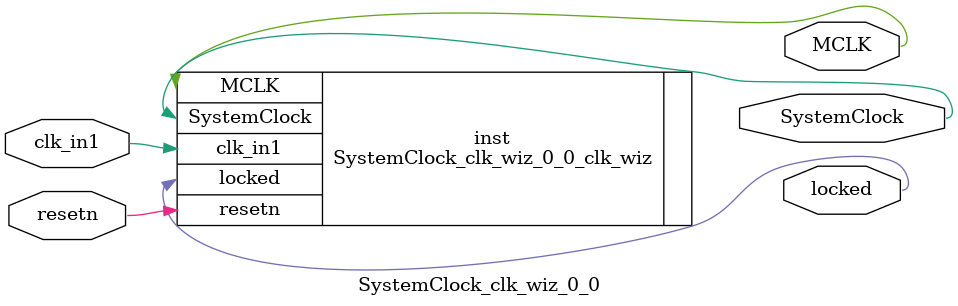
<source format=v>


`timescale 1ps/1ps

(* CORE_GENERATION_INFO = "SystemClock_clk_wiz_0_0,clk_wiz_v6_0_4_0_0,{component_name=SystemClock_clk_wiz_0_0,use_phase_alignment=true,use_min_o_jitter=false,use_max_i_jitter=false,use_dyn_phase_shift=false,use_inclk_switchover=false,use_dyn_reconfig=false,enable_axi=0,feedback_source=FDBK_AUTO,PRIMITIVE=MMCM,num_out_clk=2,clkin1_period=8.000,clkin2_period=10.0,use_power_down=false,use_reset=true,use_locked=true,use_inclk_stopped=false,feedback_type=SINGLE,CLOCK_MGR_TYPE=NA,manual_override=false}" *)

module SystemClock_clk_wiz_0_0 
 (
  // Clock out ports
  output        MCLK,
  output        SystemClock,
  // Status and control signals
  input         resetn,
  output        locked,
 // Clock in ports
  input         clk_in1
 );

  SystemClock_clk_wiz_0_0_clk_wiz inst
  (
  // Clock out ports  
  .MCLK(MCLK),
  .SystemClock(SystemClock),
  // Status and control signals               
  .resetn(resetn), 
  .locked(locked),
 // Clock in ports
  .clk_in1(clk_in1)
  );

endmodule

</source>
